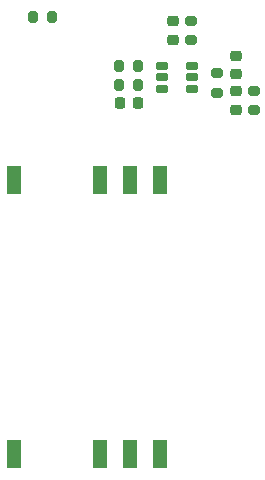
<source format=gbp>
G04 #@! TF.GenerationSoftware,KiCad,Pcbnew,9.0.0*
G04 #@! TF.CreationDate,2025-09-02T13:29:40+03:00*
G04 #@! TF.ProjectId,GSM_SMA_V1.0,47534d5f-534d-4415-9f56-312e302e6b69,rev?*
G04 #@! TF.SameCoordinates,Original*
G04 #@! TF.FileFunction,Paste,Bot*
G04 #@! TF.FilePolarity,Positive*
%FSLAX46Y46*%
G04 Gerber Fmt 4.6, Leading zero omitted, Abs format (unit mm)*
G04 Created by KiCad (PCBNEW 9.0.0) date 2025-09-02 13:29:40*
%MOMM*%
%LPD*%
G01*
G04 APERTURE LIST*
G04 Aperture macros list*
%AMRoundRect*
0 Rectangle with rounded corners*
0 $1 Rounding radius*
0 $2 $3 $4 $5 $6 $7 $8 $9 X,Y pos of 4 corners*
0 Add a 4 corners polygon primitive as box body*
4,1,4,$2,$3,$4,$5,$6,$7,$8,$9,$2,$3,0*
0 Add four circle primitives for the rounded corners*
1,1,$1+$1,$2,$3*
1,1,$1+$1,$4,$5*
1,1,$1+$1,$6,$7*
1,1,$1+$1,$8,$9*
0 Add four rect primitives between the rounded corners*
20,1,$1+$1,$2,$3,$4,$5,0*
20,1,$1+$1,$4,$5,$6,$7,0*
20,1,$1+$1,$6,$7,$8,$9,0*
20,1,$1+$1,$8,$9,$2,$3,0*%
G04 Aperture macros list end*
%ADD10RoundRect,0.225000X-0.250000X0.225000X-0.250000X-0.225000X0.250000X-0.225000X0.250000X0.225000X0*%
%ADD11RoundRect,0.200000X-0.275000X0.200000X-0.275000X-0.200000X0.275000X-0.200000X0.275000X0.200000X0*%
%ADD12RoundRect,0.225000X0.225000X0.250000X-0.225000X0.250000X-0.225000X-0.250000X0.225000X-0.250000X0*%
%ADD13RoundRect,0.130435X-0.419565X0.169565X-0.419565X-0.169565X0.419565X-0.169565X0.419565X0.169565X0*%
%ADD14RoundRect,0.200000X-0.200000X-0.275000X0.200000X-0.275000X0.200000X0.275000X-0.200000X0.275000X0*%
%ADD15RoundRect,0.200000X0.200000X0.275000X-0.200000X0.275000X-0.200000X-0.275000X0.200000X-0.275000X0*%
%ADD16RoundRect,0.225000X0.250000X-0.225000X0.250000X0.225000X-0.250000X0.225000X-0.250000X-0.225000X0*%
%ADD17R,1.300000X2.400000*%
%ADD18RoundRect,0.200000X0.275000X-0.200000X0.275000X0.200000X-0.275000X0.200000X-0.275000X-0.200000X0*%
G04 APERTURE END LIST*
D10*
X141990000Y-85745000D03*
X141990000Y-87295000D03*
D11*
X138245000Y-79760000D03*
X138245000Y-81410000D03*
D12*
X133755000Y-86710000D03*
X132205000Y-86710000D03*
D13*
X135750000Y-85515000D03*
X135750000Y-84565000D03*
X135750000Y-83615000D03*
X138250000Y-83615000D03*
X138250000Y-84565000D03*
X138250000Y-85515000D03*
D14*
X124795000Y-79420000D03*
X126445000Y-79420000D03*
D15*
X133725000Y-83630000D03*
X132075000Y-83630000D03*
D16*
X136695000Y-81370000D03*
X136695000Y-79820000D03*
D14*
X132105000Y-85180000D03*
X133755000Y-85180000D03*
D11*
X140370000Y-84240000D03*
X140370000Y-85890000D03*
D17*
X135620000Y-116490000D03*
X133080000Y-116490000D03*
X130540000Y-116490000D03*
X130540000Y-93290000D03*
X133080000Y-93290000D03*
X135620000Y-93290000D03*
X123220000Y-116490000D03*
X123220000Y-93290000D03*
D16*
X141990000Y-84270000D03*
X141990000Y-82720000D03*
D18*
X143510000Y-87345000D03*
X143510000Y-85695000D03*
M02*

</source>
